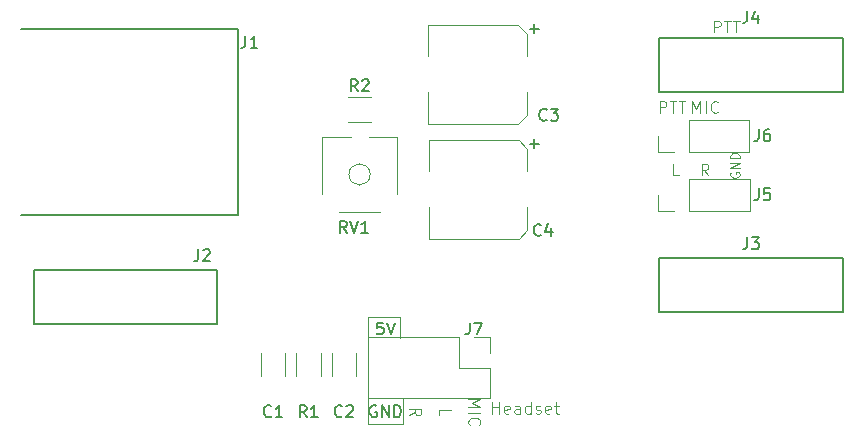
<source format=gbr>
G04 #@! TF.GenerationSoftware,KiCad,Pcbnew,5.1.5-52549c5~86~ubuntu18.04.1*
G04 #@! TF.CreationDate,2020-05-17T18:14:26-04:00*
G04 #@! TF.ProjectId,ft-891-Audio_Interface,66742d38-3931-42d4-9175-64696f5f496e,rev?*
G04 #@! TF.SameCoordinates,Original*
G04 #@! TF.FileFunction,Legend,Top*
G04 #@! TF.FilePolarity,Positive*
%FSLAX46Y46*%
G04 Gerber Fmt 4.6, Leading zero omitted, Abs format (unit mm)*
G04 Created by KiCad (PCBNEW 5.1.5-52549c5~86~ubuntu18.04.1) date 2020-05-17 18:14:26*
%MOMM*%
%LPD*%
G04 APERTURE LIST*
%ADD10C,0.100000*%
%ADD11C,0.120000*%
%ADD12C,0.150000*%
G04 APERTURE END LIST*
D10*
X133781104Y-120072380D02*
X133781104Y-119072380D01*
X133781104Y-119548571D02*
X134352533Y-119548571D01*
X134352533Y-120072380D02*
X134352533Y-119072380D01*
X135209676Y-120024761D02*
X135114438Y-120072380D01*
X134923961Y-120072380D01*
X134828723Y-120024761D01*
X134781104Y-119929523D01*
X134781104Y-119548571D01*
X134828723Y-119453333D01*
X134923961Y-119405714D01*
X135114438Y-119405714D01*
X135209676Y-119453333D01*
X135257295Y-119548571D01*
X135257295Y-119643809D01*
X134781104Y-119739047D01*
X136114438Y-120072380D02*
X136114438Y-119548571D01*
X136066819Y-119453333D01*
X135971580Y-119405714D01*
X135781104Y-119405714D01*
X135685866Y-119453333D01*
X136114438Y-120024761D02*
X136019200Y-120072380D01*
X135781104Y-120072380D01*
X135685866Y-120024761D01*
X135638247Y-119929523D01*
X135638247Y-119834285D01*
X135685866Y-119739047D01*
X135781104Y-119691428D01*
X136019200Y-119691428D01*
X136114438Y-119643809D01*
X137019200Y-120072380D02*
X137019200Y-119072380D01*
X137019200Y-120024761D02*
X136923961Y-120072380D01*
X136733485Y-120072380D01*
X136638247Y-120024761D01*
X136590628Y-119977142D01*
X136543009Y-119881904D01*
X136543009Y-119596190D01*
X136590628Y-119500952D01*
X136638247Y-119453333D01*
X136733485Y-119405714D01*
X136923961Y-119405714D01*
X137019200Y-119453333D01*
X137447771Y-120024761D02*
X137543009Y-120072380D01*
X137733485Y-120072380D01*
X137828723Y-120024761D01*
X137876342Y-119929523D01*
X137876342Y-119881904D01*
X137828723Y-119786666D01*
X137733485Y-119739047D01*
X137590628Y-119739047D01*
X137495390Y-119691428D01*
X137447771Y-119596190D01*
X137447771Y-119548571D01*
X137495390Y-119453333D01*
X137590628Y-119405714D01*
X137733485Y-119405714D01*
X137828723Y-119453333D01*
X138685866Y-120024761D02*
X138590628Y-120072380D01*
X138400152Y-120072380D01*
X138304914Y-120024761D01*
X138257295Y-119929523D01*
X138257295Y-119548571D01*
X138304914Y-119453333D01*
X138400152Y-119405714D01*
X138590628Y-119405714D01*
X138685866Y-119453333D01*
X138733485Y-119548571D01*
X138733485Y-119643809D01*
X138257295Y-119739047D01*
X139019200Y-119405714D02*
X139400152Y-119405714D01*
X139162057Y-119072380D02*
X139162057Y-119929523D01*
X139209676Y-120024761D01*
X139304914Y-120072380D01*
X139400152Y-120072380D01*
X152541390Y-87806380D02*
X152541390Y-86806380D01*
X152922342Y-86806380D01*
X153017580Y-86854000D01*
X153065200Y-86901619D01*
X153112819Y-86996857D01*
X153112819Y-87139714D01*
X153065200Y-87234952D01*
X153017580Y-87282571D01*
X152922342Y-87330190D01*
X152541390Y-87330190D01*
X153398533Y-86806380D02*
X153969961Y-86806380D01*
X153684247Y-87806380D02*
X153684247Y-86806380D01*
X154160438Y-86806380D02*
X154731866Y-86806380D01*
X154446152Y-87806380D02*
X154446152Y-86806380D01*
X153965200Y-99663523D02*
X153927104Y-99739714D01*
X153927104Y-99854000D01*
X153965200Y-99968285D01*
X154041390Y-100044476D01*
X154117580Y-100082571D01*
X154269961Y-100120666D01*
X154384247Y-100120666D01*
X154536628Y-100082571D01*
X154612819Y-100044476D01*
X154689009Y-99968285D01*
X154727104Y-99854000D01*
X154727104Y-99777809D01*
X154689009Y-99663523D01*
X154650914Y-99625428D01*
X154384247Y-99625428D01*
X154384247Y-99777809D01*
X154727104Y-99282571D02*
X153927104Y-99282571D01*
X154727104Y-98825428D01*
X153927104Y-98825428D01*
X154727104Y-98444476D02*
X153927104Y-98444476D01*
X153927104Y-98254000D01*
X153965200Y-98139714D01*
X154041390Y-98063523D01*
X154117580Y-98025428D01*
X154269961Y-97987333D01*
X154384247Y-97987333D01*
X154536628Y-98025428D01*
X154612819Y-98063523D01*
X154689009Y-98139714D01*
X154727104Y-98254000D01*
X154727104Y-98444476D01*
X152074723Y-99906380D02*
X151741390Y-99430190D01*
X151503295Y-99906380D02*
X151503295Y-98906380D01*
X151884247Y-98906380D01*
X151979485Y-98954000D01*
X152027104Y-99001619D01*
X152074723Y-99096857D01*
X152074723Y-99239714D01*
X152027104Y-99334952D01*
X151979485Y-99382571D01*
X151884247Y-99430190D01*
X151503295Y-99430190D01*
X149574723Y-99906380D02*
X149098533Y-99906380D01*
X149098533Y-98906380D01*
X147941390Y-94606380D02*
X147941390Y-93606380D01*
X148322342Y-93606380D01*
X148417580Y-93654000D01*
X148465200Y-93701619D01*
X148512819Y-93796857D01*
X148512819Y-93939714D01*
X148465200Y-94034952D01*
X148417580Y-94082571D01*
X148322342Y-94130190D01*
X147941390Y-94130190D01*
X148798533Y-93606380D02*
X149369961Y-93606380D01*
X149084247Y-94606380D02*
X149084247Y-93606380D01*
X149560438Y-93606380D02*
X150131866Y-93606380D01*
X149846152Y-94606380D02*
X149846152Y-93606380D01*
X150693771Y-94606380D02*
X150693771Y-93606380D01*
X151027104Y-94320666D01*
X151360438Y-93606380D01*
X151360438Y-94606380D01*
X151836628Y-94606380D02*
X151836628Y-93606380D01*
X152884247Y-94511142D02*
X152836628Y-94558761D01*
X152693771Y-94606380D01*
X152598533Y-94606380D01*
X152455676Y-94558761D01*
X152360438Y-94463523D01*
X152312819Y-94368285D01*
X152265200Y-94177809D01*
X152265200Y-94034952D01*
X152312819Y-93844476D01*
X152360438Y-93749238D01*
X152455676Y-93654000D01*
X152598533Y-93606380D01*
X152693771Y-93606380D01*
X152836628Y-93654000D01*
X152884247Y-93701619D01*
D11*
X123219200Y-120920000D02*
X123219200Y-118790000D01*
X126219200Y-120920000D02*
X123219200Y-120920000D01*
X126219200Y-118820000D02*
X126219200Y-120920000D01*
X125969200Y-111920000D02*
X125969200Y-113670000D01*
X123269200Y-111920000D02*
X125969200Y-111920000D01*
X123269200Y-113590000D02*
X123269200Y-111920000D01*
D10*
X126766819Y-120229523D02*
X127243009Y-119896190D01*
X126766819Y-119658095D02*
X127766819Y-119658095D01*
X127766819Y-120039047D01*
X127719200Y-120134285D01*
X127671580Y-120181904D01*
X127576342Y-120229523D01*
X127433485Y-120229523D01*
X127338247Y-120181904D01*
X127290628Y-120134285D01*
X127243009Y-120039047D01*
X127243009Y-119658095D01*
X129266819Y-120229523D02*
X129266819Y-119753333D01*
X130266819Y-119753333D01*
X131766819Y-118848571D02*
X132766819Y-118848571D01*
X132052533Y-119181904D01*
X132766819Y-119515238D01*
X131766819Y-119515238D01*
X131766819Y-119991428D02*
X132766819Y-119991428D01*
X131862057Y-121039047D02*
X131814438Y-120991428D01*
X131766819Y-120848571D01*
X131766819Y-120753333D01*
X131814438Y-120610476D01*
X131909676Y-120515238D01*
X132004914Y-120467619D01*
X132195390Y-120420000D01*
X132338247Y-120420000D01*
X132528723Y-120467619D01*
X132623961Y-120515238D01*
X132719200Y-120610476D01*
X132766819Y-120753333D01*
X132766819Y-120848571D01*
X132719200Y-120991428D01*
X132671580Y-121039047D01*
D12*
X123957295Y-119420000D02*
X123862057Y-119372380D01*
X123719200Y-119372380D01*
X123576342Y-119420000D01*
X123481104Y-119515238D01*
X123433485Y-119610476D01*
X123385866Y-119800952D01*
X123385866Y-119943809D01*
X123433485Y-120134285D01*
X123481104Y-120229523D01*
X123576342Y-120324761D01*
X123719200Y-120372380D01*
X123814438Y-120372380D01*
X123957295Y-120324761D01*
X124004914Y-120277142D01*
X124004914Y-119943809D01*
X123814438Y-119943809D01*
X124433485Y-120372380D02*
X124433485Y-119372380D01*
X125004914Y-120372380D01*
X125004914Y-119372380D01*
X125481104Y-120372380D02*
X125481104Y-119372380D01*
X125719200Y-119372380D01*
X125862057Y-119420000D01*
X125957295Y-119515238D01*
X126004914Y-119610476D01*
X126052533Y-119800952D01*
X126052533Y-119943809D01*
X126004914Y-120134285D01*
X125957295Y-120229523D01*
X125862057Y-120324761D01*
X125719200Y-120372380D01*
X125481104Y-120372380D01*
X124528723Y-112372380D02*
X124052533Y-112372380D01*
X124004914Y-112848571D01*
X124052533Y-112800952D01*
X124147771Y-112753333D01*
X124385866Y-112753333D01*
X124481104Y-112800952D01*
X124528723Y-112848571D01*
X124576342Y-112943809D01*
X124576342Y-113181904D01*
X124528723Y-113277142D01*
X124481104Y-113324761D01*
X124385866Y-113372380D01*
X124147771Y-113372380D01*
X124052533Y-113324761D01*
X124004914Y-113277142D01*
X124862057Y-112372380D02*
X125195390Y-113372380D01*
X125528723Y-112372380D01*
D11*
X155575200Y-102884000D02*
X155575200Y-100224000D01*
X150435200Y-102884000D02*
X155575200Y-102884000D01*
X150435200Y-100224000D02*
X155575200Y-100224000D01*
X150435200Y-102884000D02*
X150435200Y-100224000D01*
X149165200Y-102884000D02*
X147835200Y-102884000D01*
X147835200Y-102884000D02*
X147835200Y-101554000D01*
X123269200Y-113590000D02*
X123269200Y-118790000D01*
X130949200Y-113590000D02*
X123269200Y-113590000D01*
X133549200Y-118790000D02*
X123269200Y-118790000D01*
X130949200Y-113590000D02*
X130949200Y-116190000D01*
X130949200Y-116190000D02*
X133549200Y-116190000D01*
X133549200Y-116190000D02*
X133549200Y-118790000D01*
X132219200Y-113590000D02*
X133549200Y-113590000D01*
X133549200Y-113590000D02*
X133549200Y-114920000D01*
D12*
X112239200Y-103241680D02*
X93919200Y-103241680D01*
X112239200Y-87541680D02*
X112239200Y-103241680D01*
X93919200Y-87541680D02*
X112239200Y-87541680D01*
X163436760Y-92854000D02*
X163436760Y-88254000D01*
X163436760Y-88254000D02*
X147936760Y-88254000D01*
X147936760Y-92854000D02*
X147936760Y-88254000D01*
X163436760Y-92854000D02*
X147936760Y-92854000D01*
X163436760Y-111499680D02*
X163436760Y-106899680D01*
X163436760Y-106899680D02*
X147936760Y-106899680D01*
X147936760Y-111499680D02*
X147936760Y-106899680D01*
X163436760Y-111499680D02*
X147936760Y-111499680D01*
X94969200Y-107915680D02*
X94969200Y-112515680D01*
X94969200Y-112515680D02*
X110469200Y-112515680D01*
X110469200Y-107915680D02*
X110469200Y-112515680D01*
X94969200Y-107915680D02*
X110469200Y-107915680D01*
D11*
X123445200Y-99824000D02*
G75*
G03X123445200Y-99824000I-900000J0D01*
G01*
X119335200Y-101451000D02*
X119335200Y-96614000D01*
X125755200Y-101451000D02*
X125755200Y-96614000D01*
X120803200Y-103034000D02*
X124288200Y-103034000D01*
X119335200Y-96614000D02*
X121788200Y-96614000D01*
X123303200Y-96614000D02*
X125755200Y-96614000D01*
X121545200Y-93254000D02*
X123545200Y-93254000D01*
X123545200Y-95394000D02*
X121545200Y-95394000D01*
X117149200Y-116920000D02*
X117149200Y-114920000D01*
X119289200Y-114920000D02*
X119289200Y-116920000D01*
X155535200Y-97884000D02*
X155535200Y-95224000D01*
X150395200Y-97884000D02*
X155535200Y-97884000D01*
X150395200Y-95224000D02*
X155535200Y-95224000D01*
X150395200Y-97884000D02*
X150395200Y-95224000D01*
X149125200Y-97884000D02*
X147795200Y-97884000D01*
X147795200Y-97884000D02*
X147795200Y-96554000D01*
X128382760Y-96881680D02*
X128382760Y-99561680D01*
X128382760Y-105261680D02*
X128382760Y-102581680D01*
X136762760Y-104501680D02*
X136762760Y-102581680D01*
X136762760Y-97641680D02*
X136762760Y-99561680D01*
X128382760Y-96881680D02*
X136002760Y-96881680D01*
X136002760Y-96881680D02*
X136762760Y-97641680D01*
X136762760Y-104501680D02*
X136002760Y-105261680D01*
X136002760Y-105261680D02*
X128382760Y-105261680D01*
X128355200Y-87134000D02*
X128355200Y-89814000D01*
X128355200Y-95514000D02*
X128355200Y-92834000D01*
X136735200Y-94754000D02*
X136735200Y-92834000D01*
X136735200Y-87894000D02*
X136735200Y-89814000D01*
X128355200Y-87134000D02*
X135975200Y-87134000D01*
X135975200Y-87134000D02*
X136735200Y-87894000D01*
X136735200Y-94754000D02*
X135975200Y-95514000D01*
X135975200Y-95514000D02*
X128355200Y-95514000D01*
X120199200Y-114920000D02*
X120199200Y-116920000D01*
X122239200Y-116920000D02*
X122239200Y-114920000D01*
X116239200Y-116920000D02*
X116239200Y-114920000D01*
X114199200Y-114920000D02*
X114199200Y-116920000D01*
D12*
X156331866Y-101006380D02*
X156331866Y-101720666D01*
X156284247Y-101863523D01*
X156189009Y-101958761D01*
X156046152Y-102006380D01*
X155950914Y-102006380D01*
X157284247Y-101006380D02*
X156808057Y-101006380D01*
X156760438Y-101482571D01*
X156808057Y-101434952D01*
X156903295Y-101387333D01*
X157141390Y-101387333D01*
X157236628Y-101434952D01*
X157284247Y-101482571D01*
X157331866Y-101577809D01*
X157331866Y-101815904D01*
X157284247Y-101911142D01*
X157236628Y-101958761D01*
X157141390Y-102006380D01*
X156903295Y-102006380D01*
X156808057Y-101958761D01*
X156760438Y-101911142D01*
X131885866Y-112372380D02*
X131885866Y-113086666D01*
X131838247Y-113229523D01*
X131743009Y-113324761D01*
X131600152Y-113372380D01*
X131504914Y-113372380D01*
X132266819Y-112372380D02*
X132933485Y-112372380D01*
X132504914Y-113372380D01*
X112885866Y-88094060D02*
X112885866Y-88808346D01*
X112838247Y-88951203D01*
X112743009Y-89046441D01*
X112600152Y-89094060D01*
X112504914Y-89094060D01*
X113885866Y-89094060D02*
X113314438Y-89094060D01*
X113600152Y-89094060D02*
X113600152Y-88094060D01*
X113504914Y-88236918D01*
X113409676Y-88332156D01*
X113314438Y-88379775D01*
X155353426Y-86006380D02*
X155353426Y-86720666D01*
X155305807Y-86863523D01*
X155210569Y-86958761D01*
X155067712Y-87006380D01*
X154972474Y-87006380D01*
X156258188Y-86339714D02*
X156258188Y-87006380D01*
X156020093Y-85958761D02*
X155781998Y-86673047D01*
X156401045Y-86673047D01*
X155353426Y-105152060D02*
X155353426Y-105866346D01*
X155305807Y-106009203D01*
X155210569Y-106104441D01*
X155067712Y-106152060D01*
X154972474Y-106152060D01*
X155734379Y-105152060D02*
X156353426Y-105152060D01*
X156020093Y-105533013D01*
X156162950Y-105533013D01*
X156258188Y-105580632D01*
X156305807Y-105628251D01*
X156353426Y-105723489D01*
X156353426Y-105961584D01*
X156305807Y-106056822D01*
X156258188Y-106104441D01*
X156162950Y-106152060D01*
X155877236Y-106152060D01*
X155781998Y-106104441D01*
X155734379Y-106056822D01*
X108885866Y-106168060D02*
X108885866Y-106882346D01*
X108838247Y-107025203D01*
X108743009Y-107120441D01*
X108600152Y-107168060D01*
X108504914Y-107168060D01*
X109314438Y-106263299D02*
X109362057Y-106215680D01*
X109457295Y-106168060D01*
X109695390Y-106168060D01*
X109790628Y-106215680D01*
X109838247Y-106263299D01*
X109885866Y-106358537D01*
X109885866Y-106453775D01*
X109838247Y-106596632D01*
X109266819Y-107168060D01*
X109885866Y-107168060D01*
X121449961Y-104776380D02*
X121116628Y-104300190D01*
X120878533Y-104776380D02*
X120878533Y-103776380D01*
X121259485Y-103776380D01*
X121354723Y-103824000D01*
X121402342Y-103871619D01*
X121449961Y-103966857D01*
X121449961Y-104109714D01*
X121402342Y-104204952D01*
X121354723Y-104252571D01*
X121259485Y-104300190D01*
X120878533Y-104300190D01*
X121735676Y-103776380D02*
X122069009Y-104776380D01*
X122402342Y-103776380D01*
X123259485Y-104776380D02*
X122688057Y-104776380D01*
X122973771Y-104776380D02*
X122973771Y-103776380D01*
X122878533Y-103919238D01*
X122783295Y-104014476D01*
X122688057Y-104062095D01*
X122378533Y-92776380D02*
X122045200Y-92300190D01*
X121807104Y-92776380D02*
X121807104Y-91776380D01*
X122188057Y-91776380D01*
X122283295Y-91824000D01*
X122330914Y-91871619D01*
X122378533Y-91966857D01*
X122378533Y-92109714D01*
X122330914Y-92204952D01*
X122283295Y-92252571D01*
X122188057Y-92300190D01*
X121807104Y-92300190D01*
X122759485Y-91871619D02*
X122807104Y-91824000D01*
X122902342Y-91776380D01*
X123140438Y-91776380D01*
X123235676Y-91824000D01*
X123283295Y-91871619D01*
X123330914Y-91966857D01*
X123330914Y-92062095D01*
X123283295Y-92204952D01*
X122711866Y-92776380D01*
X123330914Y-92776380D01*
X118052533Y-120372380D02*
X117719200Y-119896190D01*
X117481104Y-120372380D02*
X117481104Y-119372380D01*
X117862057Y-119372380D01*
X117957295Y-119420000D01*
X118004914Y-119467619D01*
X118052533Y-119562857D01*
X118052533Y-119705714D01*
X118004914Y-119800952D01*
X117957295Y-119848571D01*
X117862057Y-119896190D01*
X117481104Y-119896190D01*
X119004914Y-120372380D02*
X118433485Y-120372380D01*
X118719200Y-120372380D02*
X118719200Y-119372380D01*
X118623961Y-119515238D01*
X118528723Y-119610476D01*
X118433485Y-119658095D01*
X156331866Y-96006380D02*
X156331866Y-96720666D01*
X156284247Y-96863523D01*
X156189009Y-96958761D01*
X156046152Y-97006380D01*
X155950914Y-97006380D01*
X157236628Y-96006380D02*
X157046152Y-96006380D01*
X156950914Y-96054000D01*
X156903295Y-96101619D01*
X156808057Y-96244476D01*
X156760438Y-96434952D01*
X156760438Y-96815904D01*
X156808057Y-96911142D01*
X156855676Y-96958761D01*
X156950914Y-97006380D01*
X157141390Y-97006380D01*
X157236628Y-96958761D01*
X157284247Y-96911142D01*
X157331866Y-96815904D01*
X157331866Y-96577809D01*
X157284247Y-96482571D01*
X157236628Y-96434952D01*
X157141390Y-96387333D01*
X156950914Y-96387333D01*
X156855676Y-96434952D01*
X156808057Y-96482571D01*
X156760438Y-96577809D01*
X137906093Y-104928822D02*
X137858474Y-104976441D01*
X137715617Y-105024060D01*
X137620379Y-105024060D01*
X137477521Y-104976441D01*
X137382283Y-104881203D01*
X137334664Y-104785965D01*
X137287045Y-104595489D01*
X137287045Y-104452632D01*
X137334664Y-104262156D01*
X137382283Y-104166918D01*
X137477521Y-104071680D01*
X137620379Y-104024060D01*
X137715617Y-104024060D01*
X137858474Y-104071680D01*
X137906093Y-104119299D01*
X138763236Y-104357394D02*
X138763236Y-105024060D01*
X138525140Y-103976441D02*
X138287045Y-104690727D01*
X138906093Y-104690727D01*
X136971807Y-97243108D02*
X137733712Y-97243108D01*
X137352760Y-97624060D02*
X137352760Y-96862156D01*
X138378533Y-95181142D02*
X138330914Y-95228761D01*
X138188057Y-95276380D01*
X138092819Y-95276380D01*
X137949961Y-95228761D01*
X137854723Y-95133523D01*
X137807104Y-95038285D01*
X137759485Y-94847809D01*
X137759485Y-94704952D01*
X137807104Y-94514476D01*
X137854723Y-94419238D01*
X137949961Y-94324000D01*
X138092819Y-94276380D01*
X138188057Y-94276380D01*
X138330914Y-94324000D01*
X138378533Y-94371619D01*
X138711866Y-94276380D02*
X139330914Y-94276380D01*
X138997580Y-94657333D01*
X139140438Y-94657333D01*
X139235676Y-94704952D01*
X139283295Y-94752571D01*
X139330914Y-94847809D01*
X139330914Y-95085904D01*
X139283295Y-95181142D01*
X139235676Y-95228761D01*
X139140438Y-95276380D01*
X138854723Y-95276380D01*
X138759485Y-95228761D01*
X138711866Y-95181142D01*
X136944247Y-87495428D02*
X137706152Y-87495428D01*
X137325200Y-87876380D02*
X137325200Y-87114476D01*
X121052533Y-120277142D02*
X121004914Y-120324761D01*
X120862057Y-120372380D01*
X120766819Y-120372380D01*
X120623961Y-120324761D01*
X120528723Y-120229523D01*
X120481104Y-120134285D01*
X120433485Y-119943809D01*
X120433485Y-119800952D01*
X120481104Y-119610476D01*
X120528723Y-119515238D01*
X120623961Y-119420000D01*
X120766819Y-119372380D01*
X120862057Y-119372380D01*
X121004914Y-119420000D01*
X121052533Y-119467619D01*
X121433485Y-119467619D02*
X121481104Y-119420000D01*
X121576342Y-119372380D01*
X121814438Y-119372380D01*
X121909676Y-119420000D01*
X121957295Y-119467619D01*
X122004914Y-119562857D01*
X122004914Y-119658095D01*
X121957295Y-119800952D01*
X121385866Y-120372380D01*
X122004914Y-120372380D01*
X115052533Y-120277142D02*
X115004914Y-120324761D01*
X114862057Y-120372380D01*
X114766819Y-120372380D01*
X114623961Y-120324761D01*
X114528723Y-120229523D01*
X114481104Y-120134285D01*
X114433485Y-119943809D01*
X114433485Y-119800952D01*
X114481104Y-119610476D01*
X114528723Y-119515238D01*
X114623961Y-119420000D01*
X114766819Y-119372380D01*
X114862057Y-119372380D01*
X115004914Y-119420000D01*
X115052533Y-119467619D01*
X116004914Y-120372380D02*
X115433485Y-120372380D01*
X115719200Y-120372380D02*
X115719200Y-119372380D01*
X115623961Y-119515238D01*
X115528723Y-119610476D01*
X115433485Y-119658095D01*
M02*

</source>
